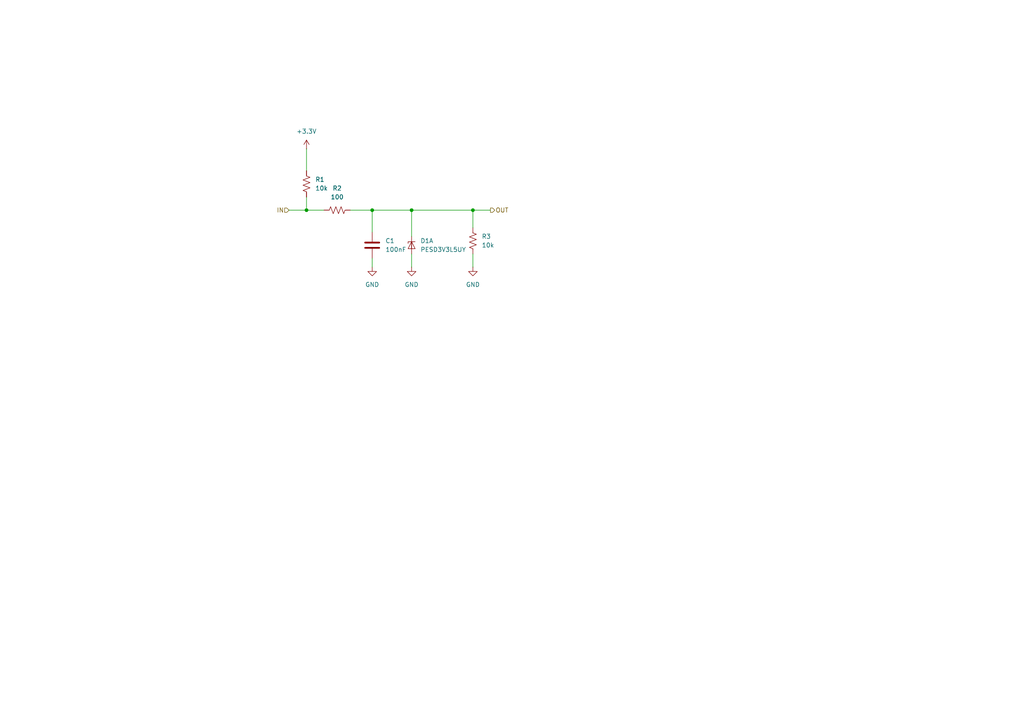
<source format=kicad_sch>
(kicad_sch
	(version 20250114)
	(generator "eeschema")
	(generator_version "9.0")
	(uuid "575a5447-ff23-49f4-b0f6-fbd8d4022cc2")
	(paper "A4")
	(lib_symbols
		(symbol "Device:C"
			(pin_numbers
				(hide yes)
			)
			(pin_names
				(offset 0.254)
			)
			(exclude_from_sim no)
			(in_bom yes)
			(on_board yes)
			(property "Reference" "C"
				(at 0.635 2.54 0)
				(effects
					(font
						(size 1.27 1.27)
					)
					(justify left)
				)
			)
			(property "Value" "C"
				(at 0.635 -2.54 0)
				(effects
					(font
						(size 1.27 1.27)
					)
					(justify left)
				)
			)
			(property "Footprint" ""
				(at 0.9652 -3.81 0)
				(effects
					(font
						(size 1.27 1.27)
					)
					(hide yes)
				)
			)
			(property "Datasheet" "~"
				(at 0 0 0)
				(effects
					(font
						(size 1.27 1.27)
					)
					(hide yes)
				)
			)
			(property "Description" "Unpolarized capacitor"
				(at 0 0 0)
				(effects
					(font
						(size 1.27 1.27)
					)
					(hide yes)
				)
			)
			(property "ki_keywords" "cap capacitor"
				(at 0 0 0)
				(effects
					(font
						(size 1.27 1.27)
					)
					(hide yes)
				)
			)
			(property "ki_fp_filters" "C_*"
				(at 0 0 0)
				(effects
					(font
						(size 1.27 1.27)
					)
					(hide yes)
				)
			)
			(symbol "C_0_1"
				(polyline
					(pts
						(xy -2.032 0.762) (xy 2.032 0.762)
					)
					(stroke
						(width 0.508)
						(type default)
					)
					(fill
						(type none)
					)
				)
				(polyline
					(pts
						(xy -2.032 -0.762) (xy 2.032 -0.762)
					)
					(stroke
						(width 0.508)
						(type default)
					)
					(fill
						(type none)
					)
				)
			)
			(symbol "C_1_1"
				(pin passive line
					(at 0 3.81 270)
					(length 2.794)
					(name "~"
						(effects
							(font
								(size 1.27 1.27)
							)
						)
					)
					(number "1"
						(effects
							(font
								(size 1.27 1.27)
							)
						)
					)
				)
				(pin passive line
					(at 0 -3.81 90)
					(length 2.794)
					(name "~"
						(effects
							(font
								(size 1.27 1.27)
							)
						)
					)
					(number "2"
						(effects
							(font
								(size 1.27 1.27)
							)
						)
					)
				)
			)
			(embedded_fonts no)
		)
		(symbol "Device:R_US"
			(pin_numbers
				(hide yes)
			)
			(pin_names
				(offset 0)
			)
			(exclude_from_sim no)
			(in_bom yes)
			(on_board yes)
			(property "Reference" "R"
				(at 2.54 0 90)
				(effects
					(font
						(size 1.27 1.27)
					)
				)
			)
			(property "Value" "R_US"
				(at -2.54 0 90)
				(effects
					(font
						(size 1.27 1.27)
					)
				)
			)
			(property "Footprint" ""
				(at 1.016 -0.254 90)
				(effects
					(font
						(size 1.27 1.27)
					)
					(hide yes)
				)
			)
			(property "Datasheet" "~"
				(at 0 0 0)
				(effects
					(font
						(size 1.27 1.27)
					)
					(hide yes)
				)
			)
			(property "Description" "Resistor, US symbol"
				(at 0 0 0)
				(effects
					(font
						(size 1.27 1.27)
					)
					(hide yes)
				)
			)
			(property "ki_keywords" "R res resistor"
				(at 0 0 0)
				(effects
					(font
						(size 1.27 1.27)
					)
					(hide yes)
				)
			)
			(property "ki_fp_filters" "R_*"
				(at 0 0 0)
				(effects
					(font
						(size 1.27 1.27)
					)
					(hide yes)
				)
			)
			(symbol "R_US_0_1"
				(polyline
					(pts
						(xy 0 2.286) (xy 0 2.54)
					)
					(stroke
						(width 0)
						(type default)
					)
					(fill
						(type none)
					)
				)
				(polyline
					(pts
						(xy 0 2.286) (xy 1.016 1.905) (xy 0 1.524) (xy -1.016 1.143) (xy 0 0.762)
					)
					(stroke
						(width 0)
						(type default)
					)
					(fill
						(type none)
					)
				)
				(polyline
					(pts
						(xy 0 0.762) (xy 1.016 0.381) (xy 0 0) (xy -1.016 -0.381) (xy 0 -0.762)
					)
					(stroke
						(width 0)
						(type default)
					)
					(fill
						(type none)
					)
				)
				(polyline
					(pts
						(xy 0 -0.762) (xy 1.016 -1.143) (xy 0 -1.524) (xy -1.016 -1.905) (xy 0 -2.286)
					)
					(stroke
						(width 0)
						(type default)
					)
					(fill
						(type none)
					)
				)
				(polyline
					(pts
						(xy 0 -2.286) (xy 0 -2.54)
					)
					(stroke
						(width 0)
						(type default)
					)
					(fill
						(type none)
					)
				)
			)
			(symbol "R_US_1_1"
				(pin passive line
					(at 0 3.81 270)
					(length 1.27)
					(name "~"
						(effects
							(font
								(size 1.27 1.27)
							)
						)
					)
					(number "1"
						(effects
							(font
								(size 1.27 1.27)
							)
						)
					)
				)
				(pin passive line
					(at 0 -3.81 90)
					(length 1.27)
					(name "~"
						(effects
							(font
								(size 1.27 1.27)
							)
						)
					)
					(number "2"
						(effects
							(font
								(size 1.27 1.27)
							)
						)
					)
				)
			)
			(embedded_fonts no)
		)
		(symbol "Power_Protection:PESD3V3L5UY"
			(pin_numbers
				(hide yes)
			)
			(pin_names
				(hide yes)
			)
			(exclude_from_sim no)
			(in_bom yes)
			(on_board yes)
			(property "Reference" "D"
				(at 0 2.54 0)
				(effects
					(font
						(size 1.27 1.27)
					)
				)
			)
			(property "Value" "PESD3V3L5UY"
				(at 0 -2.54 0)
				(effects
					(font
						(size 1.27 1.27)
					)
				)
			)
			(property "Footprint" "Package_TO_SOT_SMD:SOT-363_SC-70-6"
				(at 0 5.08 0)
				(effects
					(font
						(size 1.27 1.27)
					)
					(hide yes)
				)
			)
			(property "Datasheet" "https://assets.nexperia.com/documents/data-sheet/PESDXL5UF_V_Y.pdf"
				(at 0 -5.08 0)
				(effects
					(font
						(size 1.27 1.27)
					)
					(hide yes)
				)
			)
			(property "Description" "Low capacitance unidirectional fivefold ESD protection diode array, 3.3V, Common Anode, SOT-363"
				(at 0 0 0)
				(effects
					(font
						(size 1.27 1.27)
					)
					(hide yes)
				)
			)
			(property "ki_locked" ""
				(at 0 0 0)
				(effects
					(font
						(size 1.27 1.27)
					)
				)
			)
			(property "ki_keywords" "diode"
				(at 0 0 0)
				(effects
					(font
						(size 1.27 1.27)
					)
					(hide yes)
				)
			)
			(property "ki_fp_filters" "SOT?363*"
				(at 0 0 0)
				(effects
					(font
						(size 1.27 1.27)
					)
					(hide yes)
				)
			)
			(symbol "PESD3V3L5UY_0_1"
				(polyline
					(pts
						(xy -1.016 1.016) (xy -1.016 -1.016) (xy -0.508 -1.016)
					)
					(stroke
						(width 0)
						(type default)
					)
					(fill
						(type none)
					)
				)
				(polyline
					(pts
						(xy -1.016 0) (xy 1.016 0)
					)
					(stroke
						(width 0)
						(type default)
					)
					(fill
						(type none)
					)
				)
				(polyline
					(pts
						(xy 1.016 1.016) (xy -1.016 0) (xy 1.016 -1.016) (xy 1.016 1.016)
					)
					(stroke
						(width 0)
						(type default)
					)
					(fill
						(type none)
					)
				)
			)
			(symbol "PESD3V3L5UY_1_1"
				(pin passive line
					(at -2.54 0 0)
					(length 2.54)
					(name "K1"
						(effects
							(font
								(size 1.27 1.27)
							)
						)
					)
					(number "1"
						(effects
							(font
								(size 1.27 1.27)
							)
						)
					)
				)
				(pin passive line
					(at 2.54 0 180)
					(length 2.54)
					(name "A"
						(effects
							(font
								(size 1.27 1.27)
							)
						)
					)
					(number "2"
						(effects
							(font
								(size 1.27 1.27)
							)
						)
					)
				)
			)
			(symbol "PESD3V3L5UY_2_1"
				(pin passive line
					(at -2.54 0 0)
					(length 2.54)
					(name "K2"
						(effects
							(font
								(size 1.27 1.27)
							)
						)
					)
					(number "3"
						(effects
							(font
								(size 1.27 1.27)
							)
						)
					)
				)
			)
			(symbol "PESD3V3L5UY_3_1"
				(pin passive line
					(at -2.54 0 0)
					(length 2.54)
					(name "K3"
						(effects
							(font
								(size 1.27 1.27)
							)
						)
					)
					(number "4"
						(effects
							(font
								(size 1.27 1.27)
							)
						)
					)
				)
			)
			(symbol "PESD3V3L5UY_4_1"
				(pin passive line
					(at -2.54 0 0)
					(length 2.54)
					(name "K4"
						(effects
							(font
								(size 1.27 1.27)
							)
						)
					)
					(number "5"
						(effects
							(font
								(size 1.27 1.27)
							)
						)
					)
				)
			)
			(symbol "PESD3V3L5UY_5_1"
				(pin passive line
					(at -2.54 0 0)
					(length 2.54)
					(name "K5"
						(effects
							(font
								(size 1.27 1.27)
							)
						)
					)
					(number "6"
						(effects
							(font
								(size 1.27 1.27)
							)
						)
					)
				)
			)
			(embedded_fonts no)
		)
		(symbol "power:+3.3V"
			(power)
			(pin_numbers
				(hide yes)
			)
			(pin_names
				(offset 0)
				(hide yes)
			)
			(exclude_from_sim no)
			(in_bom yes)
			(on_board yes)
			(property "Reference" "#PWR"
				(at 0 -3.81 0)
				(effects
					(font
						(size 1.27 1.27)
					)
					(hide yes)
				)
			)
			(property "Value" "+3.3V"
				(at 0 3.556 0)
				(effects
					(font
						(size 1.27 1.27)
					)
				)
			)
			(property "Footprint" ""
				(at 0 0 0)
				(effects
					(font
						(size 1.27 1.27)
					)
					(hide yes)
				)
			)
			(property "Datasheet" ""
				(at 0 0 0)
				(effects
					(font
						(size 1.27 1.27)
					)
					(hide yes)
				)
			)
			(property "Description" "Power symbol creates a global label with name \"+3.3V\""
				(at 0 0 0)
				(effects
					(font
						(size 1.27 1.27)
					)
					(hide yes)
				)
			)
			(property "ki_keywords" "global power"
				(at 0 0 0)
				(effects
					(font
						(size 1.27 1.27)
					)
					(hide yes)
				)
			)
			(symbol "+3.3V_0_1"
				(polyline
					(pts
						(xy -0.762 1.27) (xy 0 2.54)
					)
					(stroke
						(width 0)
						(type default)
					)
					(fill
						(type none)
					)
				)
				(polyline
					(pts
						(xy 0 2.54) (xy 0.762 1.27)
					)
					(stroke
						(width 0)
						(type default)
					)
					(fill
						(type none)
					)
				)
				(polyline
					(pts
						(xy 0 0) (xy 0 2.54)
					)
					(stroke
						(width 0)
						(type default)
					)
					(fill
						(type none)
					)
				)
			)
			(symbol "+3.3V_1_1"
				(pin power_in line
					(at 0 0 90)
					(length 0)
					(name "~"
						(effects
							(font
								(size 1.27 1.27)
							)
						)
					)
					(number "1"
						(effects
							(font
								(size 1.27 1.27)
							)
						)
					)
				)
			)
			(embedded_fonts no)
		)
		(symbol "power:GND"
			(power)
			(pin_numbers
				(hide yes)
			)
			(pin_names
				(offset 0)
				(hide yes)
			)
			(exclude_from_sim no)
			(in_bom yes)
			(on_board yes)
			(property "Reference" "#PWR"
				(at 0 -6.35 0)
				(effects
					(font
						(size 1.27 1.27)
					)
					(hide yes)
				)
			)
			(property "Value" "GND"
				(at 0 -3.81 0)
				(effects
					(font
						(size 1.27 1.27)
					)
				)
			)
			(property "Footprint" ""
				(at 0 0 0)
				(effects
					(font
						(size 1.27 1.27)
					)
					(hide yes)
				)
			)
			(property "Datasheet" ""
				(at 0 0 0)
				(effects
					(font
						(size 1.27 1.27)
					)
					(hide yes)
				)
			)
			(property "Description" "Power symbol creates a global label with name \"GND\" , ground"
				(at 0 0 0)
				(effects
					(font
						(size 1.27 1.27)
					)
					(hide yes)
				)
			)
			(property "ki_keywords" "global power"
				(at 0 0 0)
				(effects
					(font
						(size 1.27 1.27)
					)
					(hide yes)
				)
			)
			(symbol "GND_0_1"
				(polyline
					(pts
						(xy 0 0) (xy 0 -1.27) (xy 1.27 -1.27) (xy 0 -2.54) (xy -1.27 -1.27) (xy 0 -1.27)
					)
					(stroke
						(width 0)
						(type default)
					)
					(fill
						(type none)
					)
				)
			)
			(symbol "GND_1_1"
				(pin power_in line
					(at 0 0 270)
					(length 0)
					(name "~"
						(effects
							(font
								(size 1.27 1.27)
							)
						)
					)
					(number "1"
						(effects
							(font
								(size 1.27 1.27)
							)
						)
					)
				)
			)
			(embedded_fonts no)
		)
	)
	(junction
		(at 107.95 60.96)
		(diameter 0)
		(color 0 0 0 0)
		(uuid "0c9a1f73-7c16-4953-95e7-d655fb7de7d8")
	)
	(junction
		(at 119.38 60.96)
		(diameter 0)
		(color 0 0 0 0)
		(uuid "9e54bf81-4b78-47bc-8206-531106b5fc5a")
	)
	(junction
		(at 88.9 60.96)
		(diameter 0)
		(color 0 0 0 0)
		(uuid "a10de576-c41c-4a61-a30f-649edaf79a59")
	)
	(junction
		(at 137.16 60.96)
		(diameter 0)
		(color 0 0 0 0)
		(uuid "aff6de85-04aa-49c4-a75f-ac6aaafc4c6c")
	)
	(wire
		(pts
			(xy 137.16 60.96) (xy 142.24 60.96)
		)
		(stroke
			(width 0)
			(type default)
		)
		(uuid "026cf8f2-f151-427e-89cf-158365df6299")
	)
	(wire
		(pts
			(xy 107.95 74.93) (xy 107.95 77.47)
		)
		(stroke
			(width 0)
			(type default)
		)
		(uuid "12bde47c-f999-4255-b26e-65b2c7552efe")
	)
	(wire
		(pts
			(xy 101.6 60.96) (xy 107.95 60.96)
		)
		(stroke
			(width 0)
			(type default)
		)
		(uuid "2f188ed0-648a-4320-8348-b66a9ee030fe")
	)
	(wire
		(pts
			(xy 107.95 60.96) (xy 119.38 60.96)
		)
		(stroke
			(width 0)
			(type default)
		)
		(uuid "3632f72d-ffdc-4384-9a57-83dc4cc184a4")
	)
	(wire
		(pts
			(xy 88.9 57.15) (xy 88.9 60.96)
		)
		(stroke
			(width 0)
			(type default)
		)
		(uuid "3785c1bd-6246-4f15-ae72-808b98916aef")
	)
	(wire
		(pts
			(xy 88.9 60.96) (xy 93.98 60.96)
		)
		(stroke
			(width 0)
			(type default)
		)
		(uuid "48c6bc0c-cee7-4cb8-9952-90c6276a83cf")
	)
	(wire
		(pts
			(xy 119.38 73.66) (xy 119.38 77.47)
		)
		(stroke
			(width 0)
			(type default)
		)
		(uuid "aa7bfe30-c427-4f04-8ce6-2e1912cc08c4")
	)
	(wire
		(pts
			(xy 137.16 60.96) (xy 137.16 66.04)
		)
		(stroke
			(width 0)
			(type default)
		)
		(uuid "aacbbfa3-21d4-4d49-aab1-7d96bb5b8a66")
	)
	(wire
		(pts
			(xy 119.38 60.96) (xy 137.16 60.96)
		)
		(stroke
			(width 0)
			(type default)
		)
		(uuid "bbba8d38-d7a7-42df-894a-1bcc8debfba7")
	)
	(wire
		(pts
			(xy 119.38 60.96) (xy 119.38 68.58)
		)
		(stroke
			(width 0)
			(type default)
		)
		(uuid "d281993c-78c7-4fc2-88f8-a3143bac162b")
	)
	(wire
		(pts
			(xy 83.82 60.96) (xy 88.9 60.96)
		)
		(stroke
			(width 0)
			(type default)
		)
		(uuid "d6e01097-6f07-4675-b498-533b0837ce1b")
	)
	(wire
		(pts
			(xy 137.16 73.66) (xy 137.16 77.47)
		)
		(stroke
			(width 0)
			(type default)
		)
		(uuid "e409736e-6ab0-4196-9d9c-cbf306a17cd2")
	)
	(wire
		(pts
			(xy 88.9 43.18) (xy 88.9 49.53)
		)
		(stroke
			(width 0)
			(type default)
		)
		(uuid "eb80c36b-eb12-4f2b-a521-8b8b13a88e8b")
	)
	(wire
		(pts
			(xy 107.95 60.96) (xy 107.95 67.31)
		)
		(stroke
			(width 0)
			(type default)
		)
		(uuid "edaa521c-9ca3-4077-be47-234e58c083ed")
	)
	(hierarchical_label "OUT"
		(shape output)
		(at 142.24 60.96 0)
		(effects
			(font
				(size 1.27 1.27)
			)
			(justify left)
		)
		(uuid "2a2facc7-6290-4e6e-a438-51e2c827c2b1")
	)
	(hierarchical_label "IN"
		(shape input)
		(at 83.82 60.96 180)
		(effects
			(font
				(size 1.27 1.27)
			)
			(justify right)
		)
		(uuid "933e8c1b-67c8-4d97-851a-9fa6f8e12ccc")
	)
	(symbol
		(lib_id "power:GND")
		(at 107.95 77.47 0)
		(unit 1)
		(exclude_from_sim no)
		(in_bom yes)
		(on_board yes)
		(dnp no)
		(fields_autoplaced yes)
		(uuid "001e2a05-b598-4843-8d79-e5ad377fce98")
		(property "Reference" "#PWR019"
			(at 107.95 83.82 0)
			(effects
				(font
					(size 1.27 1.27)
				)
				(hide yes)
			)
		)
		(property "Value" "GND"
			(at 107.95 82.55 0)
			(effects
				(font
					(size 1.27 1.27)
				)
			)
		)
		(property "Footprint" ""
			(at 107.95 77.47 0)
			(effects
				(font
					(size 1.27 1.27)
				)
				(hide yes)
			)
		)
		(property "Datasheet" ""
			(at 107.95 77.47 0)
			(effects
				(font
					(size 1.27 1.27)
				)
				(hide yes)
			)
		)
		(property "Description" "Power symbol creates a global label with name \"GND\" , ground"
			(at 107.95 77.47 0)
			(effects
				(font
					(size 1.27 1.27)
				)
				(hide yes)
			)
		)
		(pin "1"
			(uuid "5af196c9-4e63-4c11-bb1c-8c5757d088a4")
		)
		(instances
			(project ""
				(path "/3dc9151e-2269-486b-a333-294da30e5c12/89682661-a5af-4e01-91f4-ddf79f61a74f/10f09ed7-693a-422a-b824-506b4c33d1e0"
					(reference "#PWR025")
					(unit 1)
				)
				(path "/3dc9151e-2269-486b-a333-294da30e5c12/89682661-a5af-4e01-91f4-ddf79f61a74f/280196e7-bfd2-46e2-9d5b-e8ef8fc11310"
					(reference "#PWR022")
					(unit 1)
				)
				(path "/3dc9151e-2269-486b-a333-294da30e5c12/89682661-a5af-4e01-91f4-ddf79f61a74f/68f2909c-a073-4cd8-9035-4f8f97470463"
					(reference "#PWR019")
					(unit 1)
				)
				(path "/3dc9151e-2269-486b-a333-294da30e5c12/89682661-a5af-4e01-91f4-ddf79f61a74f/7bb098ed-5d2e-4361-9d1c-db115631761f"
					(reference "#PWR023")
					(unit 1)
				)
				(path "/3dc9151e-2269-486b-a333-294da30e5c12/89682661-a5af-4e01-91f4-ddf79f61a74f/982a2068-76fe-4876-8e52-502bb200b2e6"
					(reference "#PWR020")
					(unit 1)
				)
				(path "/3dc9151e-2269-486b-a333-294da30e5c12/89682661-a5af-4e01-91f4-ddf79f61a74f/a7a9956c-f0a9-4651-94f3-fdad442f5e6f"
					(reference "#PWR021")
					(unit 1)
				)
				(path "/3dc9151e-2269-486b-a333-294da30e5c12/89682661-a5af-4e01-91f4-ddf79f61a74f/e70f0072-eaa2-4acf-a491-094f5ef4b0fa"
					(reference "#PWR024")
					(unit 1)
				)
			)
			(project "IMPUT_DIGITAL"
				(path "/575a5447-ff23-49f4-b0f6-fbd8d4022cc2"
					(reference "#PWR?")
					(unit 1)
				)
			)
		)
	)
	(symbol
		(lib_id "power:GND")
		(at 137.16 77.47 0)
		(unit 1)
		(exclude_from_sim no)
		(in_bom yes)
		(on_board yes)
		(dnp no)
		(fields_autoplaced yes)
		(uuid "1ed90551-ec0a-4cdf-b85e-f9bc781e02e0")
		(property "Reference" "#PWR035"
			(at 137.16 83.82 0)
			(effects
				(font
					(size 1.27 1.27)
				)
				(hide yes)
			)
		)
		(property "Value" "GND"
			(at 137.16 82.55 0)
			(effects
				(font
					(size 1.27 1.27)
				)
			)
		)
		(property "Footprint" ""
			(at 137.16 77.47 0)
			(effects
				(font
					(size 1.27 1.27)
				)
				(hide yes)
			)
		)
		(property "Datasheet" ""
			(at 137.16 77.47 0)
			(effects
				(font
					(size 1.27 1.27)
				)
				(hide yes)
			)
		)
		(property "Description" "Power symbol creates a global label with name \"GND\" , ground"
			(at 137.16 77.47 0)
			(effects
				(font
					(size 1.27 1.27)
				)
				(hide yes)
			)
		)
		(pin "1"
			(uuid "f9399aa1-4c9a-47c6-82d5-53cd31dcd545")
		)
		(instances
			(project "micro autodoor"
				(path "/3dc9151e-2269-486b-a333-294da30e5c12/89682661-a5af-4e01-91f4-ddf79f61a74f/10f09ed7-693a-422a-b824-506b4c33d1e0"
					(reference "#PWR041")
					(unit 1)
				)
				(path "/3dc9151e-2269-486b-a333-294da30e5c12/89682661-a5af-4e01-91f4-ddf79f61a74f/280196e7-bfd2-46e2-9d5b-e8ef8fc11310"
					(reference "#PWR038")
					(unit 1)
				)
				(path "/3dc9151e-2269-486b-a333-294da30e5c12/89682661-a5af-4e01-91f4-ddf79f61a74f/68f2909c-a073-4cd8-9035-4f8f97470463"
					(reference "#PWR035")
					(unit 1)
				)
				(path "/3dc9151e-2269-486b-a333-294da30e5c12/89682661-a5af-4e01-91f4-ddf79f61a74f/7bb098ed-5d2e-4361-9d1c-db115631761f"
					(reference "#PWR039")
					(unit 1)
				)
				(path "/3dc9151e-2269-486b-a333-294da30e5c12/89682661-a5af-4e01-91f4-ddf79f61a74f/982a2068-76fe-4876-8e52-502bb200b2e6"
					(reference "#PWR036")
					(unit 1)
				)
				(path "/3dc9151e-2269-486b-a333-294da30e5c12/89682661-a5af-4e01-91f4-ddf79f61a74f/a7a9956c-f0a9-4651-94f3-fdad442f5e6f"
					(reference "#PWR037")
					(unit 1)
				)
				(path "/3dc9151e-2269-486b-a333-294da30e5c12/89682661-a5af-4e01-91f4-ddf79f61a74f/e70f0072-eaa2-4acf-a491-094f5ef4b0fa"
					(reference "#PWR040")
					(unit 1)
				)
			)
			(project "IMPUT_DIGITAL"
				(path "/575a5447-ff23-49f4-b0f6-fbd8d4022cc2"
					(reference "#PWR?")
					(unit 1)
				)
			)
		)
	)
	(symbol
		(lib_id "power:GND")
		(at 119.38 77.47 0)
		(unit 1)
		(exclude_from_sim no)
		(in_bom yes)
		(on_board yes)
		(dnp no)
		(fields_autoplaced yes)
		(uuid "65034b78-0696-48c2-a1f0-d708d19032ff")
		(property "Reference" "#PWR027"
			(at 119.38 83.82 0)
			(effects
				(font
					(size 1.27 1.27)
				)
				(hide yes)
			)
		)
		(property "Value" "GND"
			(at 119.38 82.55 0)
			(effects
				(font
					(size 1.27 1.27)
				)
			)
		)
		(property "Footprint" ""
			(at 119.38 77.47 0)
			(effects
				(font
					(size 1.27 1.27)
				)
				(hide yes)
			)
		)
		(property "Datasheet" ""
			(at 119.38 77.47 0)
			(effects
				(font
					(size 1.27 1.27)
				)
				(hide yes)
			)
		)
		(property "Description" "Power symbol creates a global label with name \"GND\" , ground"
			(at 119.38 77.47 0)
			(effects
				(font
					(size 1.27 1.27)
				)
				(hide yes)
			)
		)
		(pin "1"
			(uuid "fb821c6a-9361-42dd-ab7b-9adc95178381")
		)
		(instances
			(project "micro autodoor"
				(path "/3dc9151e-2269-486b-a333-294da30e5c12/89682661-a5af-4e01-91f4-ddf79f61a74f/10f09ed7-693a-422a-b824-506b4c33d1e0"
					(reference "#PWR033")
					(unit 1)
				)
				(path "/3dc9151e-2269-486b-a333-294da30e5c12/89682661-a5af-4e01-91f4-ddf79f61a74f/280196e7-bfd2-46e2-9d5b-e8ef8fc11310"
					(reference "#PWR030")
					(unit 1)
				)
				(path "/3dc9151e-2269-486b-a333-294da30e5c12/89682661-a5af-4e01-91f4-ddf79f61a74f/68f2909c-a073-4cd8-9035-4f8f97470463"
					(reference "#PWR027")
					(unit 1)
				)
				(path "/3dc9151e-2269-486b-a333-294da30e5c12/89682661-a5af-4e01-91f4-ddf79f61a74f/7bb098ed-5d2e-4361-9d1c-db115631761f"
					(reference "#PWR031")
					(unit 1)
				)
				(path "/3dc9151e-2269-486b-a333-294da30e5c12/89682661-a5af-4e01-91f4-ddf79f61a74f/982a2068-76fe-4876-8e52-502bb200b2e6"
					(reference "#PWR028")
					(unit 1)
				)
				(path "/3dc9151e-2269-486b-a333-294da30e5c12/89682661-a5af-4e01-91f4-ddf79f61a74f/a7a9956c-f0a9-4651-94f3-fdad442f5e6f"
					(reference "#PWR029")
					(unit 1)
				)
				(path "/3dc9151e-2269-486b-a333-294da30e5c12/89682661-a5af-4e01-91f4-ddf79f61a74f/e70f0072-eaa2-4acf-a491-094f5ef4b0fa"
					(reference "#PWR032")
					(unit 1)
				)
			)
			(project "IMPUT_DIGITAL"
				(path "/575a5447-ff23-49f4-b0f6-fbd8d4022cc2"
					(reference "#PWR?")
					(unit 1)
				)
			)
		)
	)
	(symbol
		(lib_id "Device:R_US")
		(at 137.16 69.85 0)
		(unit 1)
		(exclude_from_sim no)
		(in_bom yes)
		(on_board yes)
		(dnp no)
		(fields_autoplaced yes)
		(uuid "7dbe4a78-d51d-4fba-a3eb-3b1831069b6f")
		(property "Reference" "R21"
			(at 139.7 68.5799 0)
			(effects
				(font
					(size 1.27 1.27)
				)
				(justify left)
			)
		)
		(property "Value" "10k"
			(at 139.7 71.1199 0)
			(effects
				(font
					(size 1.27 1.27)
				)
				(justify left)
			)
		)
		(property "Footprint" "Resistor_SMD:R_0201_0603Metric"
			(at 138.176 70.104 90)
			(effects
				(font
					(size 1.27 1.27)
				)
				(hide yes)
			)
		)
		(property "Datasheet" "~"
			(at 137.16 69.85 0)
			(effects
				(font
					(size 1.27 1.27)
				)
				(hide yes)
			)
		)
		(property "Description" "Resistor, US symbol"
			(at 137.16 69.85 0)
			(effects
				(font
					(size 1.27 1.27)
				)
				(hide yes)
			)
		)
		(pin "1"
			(uuid "e5f3ad4e-90c9-4c70-8eb0-49675d17fb7a")
		)
		(pin "2"
			(uuid "aaf775e9-9f03-4f32-adf6-088c17eda8ab")
		)
		(instances
			(project "micro autodoor"
				(path "/3dc9151e-2269-486b-a333-294da30e5c12/89682661-a5af-4e01-91f4-ddf79f61a74f/10f09ed7-693a-422a-b824-506b4c33d1e0"
					(reference "R27")
					(unit 1)
				)
				(path "/3dc9151e-2269-486b-a333-294da30e5c12/89682661-a5af-4e01-91f4-ddf79f61a74f/280196e7-bfd2-46e2-9d5b-e8ef8fc11310"
					(reference "R24")
					(unit 1)
				)
				(path "/3dc9151e-2269-486b-a333-294da30e5c12/89682661-a5af-4e01-91f4-ddf79f61a74f/68f2909c-a073-4cd8-9035-4f8f97470463"
					(reference "R21")
					(unit 1)
				)
				(path "/3dc9151e-2269-486b-a333-294da30e5c12/89682661-a5af-4e01-91f4-ddf79f61a74f/7bb098ed-5d2e-4361-9d1c-db115631761f"
					(reference "R25")
					(unit 1)
				)
				(path "/3dc9151e-2269-486b-a333-294da30e5c12/89682661-a5af-4e01-91f4-ddf79f61a74f/982a2068-76fe-4876-8e52-502bb200b2e6"
					(reference "R22")
					(unit 1)
				)
				(path "/3dc9151e-2269-486b-a333-294da30e5c12/89682661-a5af-4e01-91f4-ddf79f61a74f/a7a9956c-f0a9-4651-94f3-fdad442f5e6f"
					(reference "R23")
					(unit 1)
				)
				(path "/3dc9151e-2269-486b-a333-294da30e5c12/89682661-a5af-4e01-91f4-ddf79f61a74f/e70f0072-eaa2-4acf-a491-094f5ef4b0fa"
					(reference "R26")
					(unit 1)
				)
			)
			(project "IMPUT_DIGITAL"
				(path "/575a5447-ff23-49f4-b0f6-fbd8d4022cc2"
					(reference "R3")
					(unit 1)
				)
			)
		)
	)
	(symbol
		(lib_id "Power_Protection:PESD3V3L5UY")
		(at 119.38 71.12 270)
		(unit 1)
		(exclude_from_sim no)
		(in_bom yes)
		(on_board yes)
		(dnp no)
		(fields_autoplaced yes)
		(uuid "8774df3a-20cc-484a-8c8c-02b8f26c47df")
		(property "Reference" "D1"
			(at 121.92 69.8499 90)
			(effects
				(font
					(size 1.27 1.27)
				)
				(justify left)
			)
		)
		(property "Value" "PESD3V3L5UY"
			(at 121.92 72.3899 90)
			(effects
				(font
					(size 1.27 1.27)
				)
				(justify left)
			)
		)
		(property "Footprint" "Package_TO_SOT_SMD:SOT-363_SC-70-6"
			(at 124.46 71.12 0)
			(effects
				(font
					(size 1.27 1.27)
				)
				(hide yes)
			)
		)
		(property "Datasheet" "https://assets.nexperia.com/documents/data-sheet/PESDXL5UF_V_Y.pdf"
			(at 114.3 71.12 0)
			(effects
				(font
					(size 1.27 1.27)
				)
				(hide yes)
			)
		)
		(property "Description" "Low capacitance unidirectional fivefold ESD protection diode array, 3.3V, Common Anode, SOT-363"
			(at 119.38 71.12 0)
			(effects
				(font
					(size 1.27 1.27)
				)
				(hide yes)
			)
		)
		(pin "5"
			(uuid "6d8aa2b9-d8b9-42ea-8a56-8805b0ac0aee")
		)
		(pin "4"
			(uuid "349c8e8f-10bd-4ef6-9957-9c8c39ace61b")
		)
		(pin "6"
			(uuid "3cbec153-08ee-4dbf-8979-8da440057869")
		)
		(pin "3"
			(uuid "2c695e55-24db-4ae0-9e58-eddc56b157b8")
		)
		(pin "1"
			(uuid "1befff15-f3be-48fd-a6cf-f06686fccf67")
		)
		(pin "2"
			(uuid "f00c2c97-d50c-4039-a2d6-4e60bfd4f3cb")
		)
		(instances
			(project ""
				(path "/3dc9151e-2269-486b-a333-294da30e5c12/89682661-a5af-4e01-91f4-ddf79f61a74f/10f09ed7-693a-422a-b824-506b4c33d1e0"
					(reference "D7")
					(unit 1)
				)
				(path "/3dc9151e-2269-486b-a333-294da30e5c12/89682661-a5af-4e01-91f4-ddf79f61a74f/280196e7-bfd2-46e2-9d5b-e8ef8fc11310"
					(reference "D4")
					(unit 1)
				)
				(path "/3dc9151e-2269-486b-a333-294da30e5c12/89682661-a5af-4e01-91f4-ddf79f61a74f/68f2909c-a073-4cd8-9035-4f8f97470463"
					(reference "D1")
					(unit 1)
				)
				(path "/3dc9151e-2269-486b-a333-294da30e5c12/89682661-a5af-4e01-91f4-ddf79f61a74f/7bb098ed-5d2e-4361-9d1c-db115631761f"
					(reference "D5")
					(unit 1)
				)
				(path "/3dc9151e-2269-486b-a333-294da30e5c12/89682661-a5af-4e01-91f4-ddf79f61a74f/982a2068-76fe-4876-8e52-502bb200b2e6"
					(reference "D2")
					(unit 1)
				)
				(path "/3dc9151e-2269-486b-a333-294da30e5c12/89682661-a5af-4e01-91f4-ddf79f61a74f/a7a9956c-f0a9-4651-94f3-fdad442f5e6f"
					(reference "D3")
					(unit 1)
				)
				(path "/3dc9151e-2269-486b-a333-294da30e5c12/89682661-a5af-4e01-91f4-ddf79f61a74f/e70f0072-eaa2-4acf-a491-094f5ef4b0fa"
					(reference "D6")
					(unit 1)
				)
			)
			(project "IMPUT_DIGITAL"
				(path "/575a5447-ff23-49f4-b0f6-fbd8d4022cc2"
					(reference "D1")
					(unit 1)
				)
			)
		)
	)
	(symbol
		(lib_id "power:+3.3V")
		(at 88.9 43.18 0)
		(unit 1)
		(exclude_from_sim no)
		(in_bom yes)
		(on_board yes)
		(dnp no)
		(fields_autoplaced yes)
		(uuid "bd7600bc-569c-4c14-a81f-986a4b027425")
		(property "Reference" "#PWR011"
			(at 88.9 46.99 0)
			(effects
				(font
					(size 1.27 1.27)
				)
				(hide yes)
			)
		)
		(property "Value" "+3.3V"
			(at 88.9 38.1 0)
			(effects
				(font
					(size 1.27 1.27)
				)
			)
		)
		(property "Footprint" ""
			(at 88.9 43.18 0)
			(effects
				(font
					(size 1.27 1.27)
				)
				(hide yes)
			)
		)
		(property "Datasheet" ""
			(at 88.9 43.18 0)
			(effects
				(font
					(size 1.27 1.27)
				)
				(hide yes)
			)
		)
		(property "Description" "Power symbol creates a global label with name \"+3.3V\""
			(at 88.9 43.18 0)
			(effects
				(font
					(size 1.27 1.27)
				)
				(hide yes)
			)
		)
		(pin "1"
			(uuid "0878c818-9fce-4ce4-9c88-b2b945d8d5e9")
		)
		(instances
			(project ""
				(path "/3dc9151e-2269-486b-a333-294da30e5c12/89682661-a5af-4e01-91f4-ddf79f61a74f/10f09ed7-693a-422a-b824-506b4c33d1e0"
					(reference "#PWR017")
					(unit 1)
				)
				(path "/3dc9151e-2269-486b-a333-294da30e5c12/89682661-a5af-4e01-91f4-ddf79f61a74f/280196e7-bfd2-46e2-9d5b-e8ef8fc11310"
					(reference "#PWR014")
					(unit 1)
				)
				(path "/3dc9151e-2269-486b-a333-294da30e5c12/89682661-a5af-4e01-91f4-ddf79f61a74f/68f2909c-a073-4cd8-9035-4f8f97470463"
					(reference "#PWR011")
					(unit 1)
				)
				(path "/3dc9151e-2269-486b-a333-294da30e5c12/89682661-a5af-4e01-91f4-ddf79f61a74f/7bb098ed-5d2e-4361-9d1c-db115631761f"
					(reference "#PWR015")
					(unit 1)
				)
				(path "/3dc9151e-2269-486b-a333-294da30e5c12/89682661-a5af-4e01-91f4-ddf79f61a74f/982a2068-76fe-4876-8e52-502bb200b2e6"
					(reference "#PWR012")
					(unit 1)
				)
				(path "/3dc9151e-2269-486b-a333-294da30e5c12/89682661-a5af-4e01-91f4-ddf79f61a74f/a7a9956c-f0a9-4651-94f3-fdad442f5e6f"
					(reference "#PWR013")
					(unit 1)
				)
				(path "/3dc9151e-2269-486b-a333-294da30e5c12/89682661-a5af-4e01-91f4-ddf79f61a74f/e70f0072-eaa2-4acf-a491-094f5ef4b0fa"
					(reference "#PWR016")
					(unit 1)
				)
			)
			(project "IMPUT_DIGITAL"
				(path "/575a5447-ff23-49f4-b0f6-fbd8d4022cc2"
					(reference "#PWR?")
					(unit 1)
				)
			)
		)
	)
	(symbol
		(lib_id "Device:C")
		(at 107.95 71.12 0)
		(unit 1)
		(exclude_from_sim no)
		(in_bom yes)
		(on_board yes)
		(dnp no)
		(fields_autoplaced yes)
		(uuid "d10b0d9a-3de7-417b-b0e2-dac6646472d8")
		(property "Reference" "C1"
			(at 111.76 69.8499 0)
			(effects
				(font
					(size 1.27 1.27)
				)
				(justify left)
			)
		)
		(property "Value" "100nF"
			(at 111.76 72.3899 0)
			(effects
				(font
					(size 1.27 1.27)
				)
				(justify left)
			)
		)
		(property "Footprint" "Capacitor_SMD:C_0603_1608Metric"
			(at 108.9152 74.93 0)
			(effects
				(font
					(size 1.27 1.27)
				)
				(hide yes)
			)
		)
		(property "Datasheet" "~"
			(at 107.95 71.12 0)
			(effects
				(font
					(size 1.27 1.27)
				)
				(hide yes)
			)
		)
		(property "Description" "Unpolarized capacitor"
			(at 107.95 71.12 0)
			(effects
				(font
					(size 1.27 1.27)
				)
				(hide yes)
			)
		)
		(pin "2"
			(uuid "136bc26e-bb4b-43e3-abe3-fe1af48b699c")
		)
		(pin "1"
			(uuid "f24f58ab-98ee-4af2-a020-e4aed09583a9")
		)
		(instances
			(project ""
				(path "/3dc9151e-2269-486b-a333-294da30e5c12/89682661-a5af-4e01-91f4-ddf79f61a74f/10f09ed7-693a-422a-b824-506b4c33d1e0"
					(reference "C7")
					(unit 1)
				)
				(path "/3dc9151e-2269-486b-a333-294da30e5c12/89682661-a5af-4e01-91f4-ddf79f61a74f/280196e7-bfd2-46e2-9d5b-e8ef8fc11310"
					(reference "C4")
					(unit 1)
				)
				(path "/3dc9151e-2269-486b-a333-294da30e5c12/89682661-a5af-4e01-91f4-ddf79f61a74f/68f2909c-a073-4cd8-9035-4f8f97470463"
					(reference "C1")
					(unit 1)
				)
				(path "/3dc9151e-2269-486b-a333-294da30e5c12/89682661-a5af-4e01-91f4-ddf79f61a74f/7bb098ed-5d2e-4361-9d1c-db115631761f"
					(reference "C5")
					(unit 1)
				)
				(path "/3dc9151e-2269-486b-a333-294da30e5c12/89682661-a5af-4e01-91f4-ddf79f61a74f/982a2068-76fe-4876-8e52-502bb200b2e6"
					(reference "C2")
					(unit 1)
				)
				(path "/3dc9151e-2269-486b-a333-294da30e5c12/89682661-a5af-4e01-91f4-ddf79f61a74f/a7a9956c-f0a9-4651-94f3-fdad442f5e6f"
					(reference "C3")
					(unit 1)
				)
				(path "/3dc9151e-2269-486b-a333-294da30e5c12/89682661-a5af-4e01-91f4-ddf79f61a74f/e70f0072-eaa2-4acf-a491-094f5ef4b0fa"
					(reference "C6")
					(unit 1)
				)
			)
			(project "IMPUT_DIGITAL"
				(path "/575a5447-ff23-49f4-b0f6-fbd8d4022cc2"
					(reference "C1")
					(unit 1)
				)
			)
		)
	)
	(symbol
		(lib_id "Device:R_US")
		(at 97.79 60.96 270)
		(unit 1)
		(exclude_from_sim no)
		(in_bom yes)
		(on_board yes)
		(dnp no)
		(fields_autoplaced yes)
		(uuid "d99688c0-09bf-4dd8-9227-9a54296f7d21")
		(property "Reference" "R13"
			(at 97.79 54.61 90)
			(effects
				(font
					(size 1.27 1.27)
				)
			)
		)
		(property "Value" "100"
			(at 97.79 57.15 90)
			(effects
				(font
					(size 1.27 1.27)
				)
			)
		)
		(property "Footprint" "Resistor_SMD:R_0201_0603Metric"
			(at 97.536 61.976 90)
			(effects
				(font
					(size 1.27 1.27)
				)
				(hide yes)
			)
		)
		(property "Datasheet" "~"
			(at 97.79 60.96 0)
			(effects
				(font
					(size 1.27 1.27)
				)
				(hide yes)
			)
		)
		(property "Description" "Resistor, US symbol"
			(at 97.79 60.96 0)
			(effects
				(font
					(size 1.27 1.27)
				)
				(hide yes)
			)
		)
		(pin "1"
			(uuid "8cbced1d-9ccc-427f-bef0-504ca4a394ec")
		)
		(pin "2"
			(uuid "7cd809b3-024f-49b3-8f46-ce9577e6a8b3")
		)
		(instances
			(project "micro autodoor"
				(path "/3dc9151e-2269-486b-a333-294da30e5c12/89682661-a5af-4e01-91f4-ddf79f61a74f/10f09ed7-693a-422a-b824-506b4c33d1e0"
					(reference "R19")
					(unit 1)
				)
				(path "/3dc9151e-2269-486b-a333-294da30e5c12/89682661-a5af-4e01-91f4-ddf79f61a74f/280196e7-bfd2-46e2-9d5b-e8ef8fc11310"
					(reference "R16")
					(unit 1)
				)
				(path "/3dc9151e-2269-486b-a333-294da30e5c12/89682661-a5af-4e01-91f4-ddf79f61a74f/68f2909c-a073-4cd8-9035-4f8f97470463"
					(reference "R13")
					(unit 1)
				)
				(path "/3dc9151e-2269-486b-a333-294da30e5c12/89682661-a5af-4e01-91f4-ddf79f61a74f/7bb098ed-5d2e-4361-9d1c-db115631761f"
					(reference "R17")
					(unit 1)
				)
				(path "/3dc9151e-2269-486b-a333-294da30e5c12/89682661-a5af-4e01-91f4-ddf79f61a74f/982a2068-76fe-4876-8e52-502bb200b2e6"
					(reference "R14")
					(unit 1)
				)
				(path "/3dc9151e-2269-486b-a333-294da30e5c12/89682661-a5af-4e01-91f4-ddf79f61a74f/a7a9956c-f0a9-4651-94f3-fdad442f5e6f"
					(reference "R15")
					(unit 1)
				)
				(path "/3dc9151e-2269-486b-a333-294da30e5c12/89682661-a5af-4e01-91f4-ddf79f61a74f/e70f0072-eaa2-4acf-a491-094f5ef4b0fa"
					(reference "R18")
					(unit 1)
				)
			)
			(project "IMPUT_DIGITAL"
				(path "/575a5447-ff23-49f4-b0f6-fbd8d4022cc2"
					(reference "R2")
					(unit 1)
				)
			)
		)
	)
	(symbol
		(lib_id "Device:R_US")
		(at 88.9 53.34 0)
		(unit 1)
		(exclude_from_sim no)
		(in_bom yes)
		(on_board yes)
		(dnp no)
		(fields_autoplaced yes)
		(uuid "f3466217-ce17-4565-89c0-c3218c878e7f")
		(property "Reference" "R1"
			(at 91.44 52.0699 0)
			(effects
				(font
					(size 1.27 1.27)
				)
				(justify left)
			)
		)
		(property "Value" "10k"
			(at 91.44 54.6099 0)
			(effects
				(font
					(size 1.27 1.27)
				)
				(justify left)
			)
		)
		(property "Footprint" "Resistor_SMD:R_0201_0603Metric"
			(at 89.916 53.594 90)
			(effects
				(font
					(size 1.27 1.27)
				)
				(hide yes)
			)
		)
		(property "Datasheet" "~"
			(at 88.9 53.34 0)
			(effects
				(font
					(size 1.27 1.27)
				)
				(hide yes)
			)
		)
		(property "Description" "Resistor, US symbol"
			(at 88.9 53.34 0)
			(effects
				(font
					(size 1.27 1.27)
				)
				(hide yes)
			)
		)
		(pin "1"
			(uuid "9e8d5e64-0bac-412a-9d22-6eb99f271b73")
		)
		(pin "2"
			(uuid "481d2c78-f0e7-4c26-8426-2e6dd1e3efa0")
		)
		(instances
			(project "micro autodoor"
				(path "/3dc9151e-2269-486b-a333-294da30e5c12/89682661-a5af-4e01-91f4-ddf79f61a74f/10f09ed7-693a-422a-b824-506b4c33d1e0"
					(reference "R7")
					(unit 1)
				)
				(path "/3dc9151e-2269-486b-a333-294da30e5c12/89682661-a5af-4e01-91f4-ddf79f61a74f/280196e7-bfd2-46e2-9d5b-e8ef8fc11310"
					(reference "R4")
					(unit 1)
				)
				(path "/3dc9151e-2269-486b-a333-294da30e5c12/89682661-a5af-4e01-91f4-ddf79f61a74f/68f2909c-a073-4cd8-9035-4f8f97470463"
					(reference "R1")
					(unit 1)
				)
				(path "/3dc9151e-2269-486b-a333-294da30e5c12/89682661-a5af-4e01-91f4-ddf79f61a74f/7bb098ed-5d2e-4361-9d1c-db115631761f"
					(reference "R5")
					(unit 1)
				)
				(path "/3dc9151e-2269-486b-a333-294da30e5c12/89682661-a5af-4e01-91f4-ddf79f61a74f/982a2068-76fe-4876-8e52-502bb200b2e6"
					(reference "R2")
					(unit 1)
				)
				(path "/3dc9151e-2269-486b-a333-294da30e5c12/89682661-a5af-4e01-91f4-ddf79f61a74f/a7a9956c-f0a9-4651-94f3-fdad442f5e6f"
					(reference "R3")
					(unit 1)
				)
				(path "/3dc9151e-2269-486b-a333-294da30e5c12/89682661-a5af-4e01-91f4-ddf79f61a74f/e70f0072-eaa2-4acf-a491-094f5ef4b0fa"
					(reference "R6")
					(unit 1)
				)
			)
			(project "IMPUT_DIGITAL"
				(path "/575a5447-ff23-49f4-b0f6-fbd8d4022cc2"
					(reference "R1")
					(unit 1)
				)
			)
		)
	)
	(sheet_instances
		(path "/"
			(page "1")
		)
	)
	(embedded_fonts no)
)

</source>
